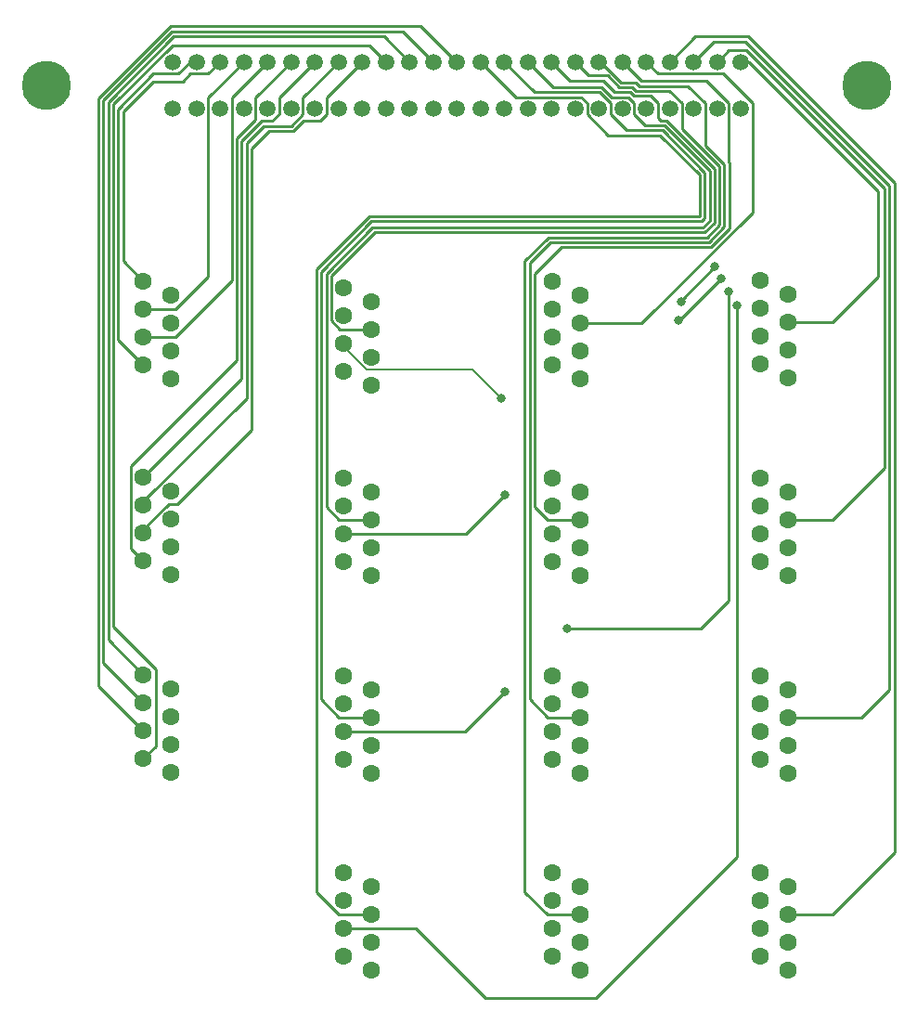
<source format=gtl>
G04 #@! TF.GenerationSoftware,KiCad,Pcbnew,(6.0.7)*
G04 #@! TF.CreationDate,2022-11-27T22:30:53+00:00*
G04 #@! TF.ProjectId,RJ21_RJ45_PRIMARY_BREAKOUT,524a3231-5f52-44a3-9435-5f5052494d41,rev?*
G04 #@! TF.SameCoordinates,Original*
G04 #@! TF.FileFunction,Copper,L1,Top*
G04 #@! TF.FilePolarity,Positive*
%FSLAX46Y46*%
G04 Gerber Fmt 4.6, Leading zero omitted, Abs format (unit mm)*
G04 Created by KiCad (PCBNEW (6.0.7)) date 2022-11-27 22:30:53*
%MOMM*%
%LPD*%
G01*
G04 APERTURE LIST*
G04 #@! TA.AperFunction,ComponentPad*
%ADD10C,4.500000*%
G04 #@! TD*
G04 #@! TA.AperFunction,ComponentPad*
%ADD11C,1.500000*%
G04 #@! TD*
G04 #@! TA.AperFunction,ComponentPad*
%ADD12C,1.600000*%
G04 #@! TD*
G04 #@! TA.AperFunction,ViaPad*
%ADD13C,0.800000*%
G04 #@! TD*
G04 #@! TA.AperFunction,Conductor*
%ADD14C,0.250000*%
G04 #@! TD*
G04 #@! TA.AperFunction,Conductor*
%ADD15C,0.200000*%
G04 #@! TD*
G04 APERTURE END LIST*
D10*
G04 #@! TO.P,J17,*
G04 #@! TO.N,*
X121514994Y-60954995D03*
X196364994Y-60954995D03*
D11*
G04 #@! TO.P,J17,1,Pin_1*
G04 #@! TO.N,/L1-*
X184860036Y-63100000D03*
G04 #@! TO.P,J17,2,Pin_2*
G04 #@! TO.N,/L2-*
X182700032Y-63100000D03*
G04 #@! TO.P,J17,3,Pin_3*
G04 #@! TO.N,/L3-*
X180540029Y-63100000D03*
G04 #@! TO.P,J17,4,Pin_4*
G04 #@! TO.N,/L4-*
X178380033Y-63100000D03*
G04 #@! TO.P,J17,5,Pin_5*
G04 #@! TO.N,/L5-*
X176220029Y-63100000D03*
G04 #@! TO.P,J17,6,Pin_6*
G04 #@! TO.N,/L6-*
X174060025Y-63100000D03*
G04 #@! TO.P,J17,7,Pin_7*
G04 #@! TO.N,/L7-*
X171900022Y-63100000D03*
G04 #@! TO.P,J17,8,Pin_8*
G04 #@! TO.N,/L8-*
X169740018Y-63100000D03*
G04 #@! TO.P,J17,9,Pin_9*
G04 #@! TO.N,/L9-*
X167580026Y-63100000D03*
G04 #@! TO.P,J17,10,Pin_10*
G04 #@! TO.N,/L10-*
X165420015Y-63100000D03*
G04 #@! TO.P,J17,11,Pin_11*
G04 #@! TO.N,/L11-*
X163260019Y-63100000D03*
G04 #@! TO.P,J17,12,Pin_12*
G04 #@! TO.N,/L12-*
X161100000Y-63100000D03*
G04 #@! TO.P,J17,13,Pin_13*
G04 #@! TO.N,/L13-*
X158939996Y-63100000D03*
G04 #@! TO.P,J17,14,Pin_14*
G04 #@! TO.N,/L14-*
X156779992Y-63100000D03*
G04 #@! TO.P,J17,15,Pin_15*
G04 #@! TO.N,/L15-*
X154619989Y-63100000D03*
G04 #@! TO.P,J17,16,Pin_16*
G04 #@! TO.N,/L16-*
X152459985Y-63100000D03*
G04 #@! TO.P,J17,17,Pin_17*
G04 #@! TO.N,/L17-*
X150299981Y-63100000D03*
G04 #@! TO.P,J17,18,Pin_18*
G04 #@! TO.N,/L18-*
X148139978Y-63100000D03*
G04 #@! TO.P,J17,19,Pin_19*
G04 #@! TO.N,/L19-*
X145979974Y-63100000D03*
G04 #@! TO.P,J17,20,Pin_20*
G04 #@! TO.N,/L20-*
X143819970Y-63100000D03*
G04 #@! TO.P,J17,21,Pin_21*
G04 #@! TO.N,/L21-*
X141659963Y-63100000D03*
G04 #@! TO.P,J17,22,Pin_22*
G04 #@! TO.N,/L22-*
X139499959Y-63100000D03*
G04 #@! TO.P,J17,23,Pin_23*
G04 #@! TO.N,/L23-*
X137339955Y-63100000D03*
G04 #@! TO.P,J17,24,Pin_24*
G04 #@! TO.N,/L24-*
X135179952Y-63100000D03*
G04 #@! TO.P,J17,25,Pin_25*
G04 #@! TO.N,unconnected-(J17-Pad25)*
X133019948Y-63100000D03*
G04 #@! TO.P,J17,26,Pin_26*
G04 #@! TO.N,/L1+*
X184860036Y-58809999D03*
G04 #@! TO.P,J17,27,Pin_27*
G04 #@! TO.N,/L2+*
X182700032Y-58809999D03*
G04 #@! TO.P,J17,28,Pin_28*
G04 #@! TO.N,/L3+*
X180540029Y-58809999D03*
G04 #@! TO.P,J17,29,Pin_29*
G04 #@! TO.N,/L4+*
X178380033Y-58809999D03*
G04 #@! TO.P,J17,30,Pin_30*
G04 #@! TO.N,/L5+*
X176220029Y-58809999D03*
G04 #@! TO.P,J17,31,Pin_31*
G04 #@! TO.N,/L6+*
X174060025Y-58809999D03*
G04 #@! TO.P,J17,32,Pin_32*
G04 #@! TO.N,/L7+*
X171900022Y-58809999D03*
G04 #@! TO.P,J17,33,Pin_33*
G04 #@! TO.N,/L8+*
X169740018Y-58809999D03*
G04 #@! TO.P,J17,34,Pin_34*
G04 #@! TO.N,/L9+*
X167580026Y-58809999D03*
G04 #@! TO.P,J17,35,Pin_35*
G04 #@! TO.N,/L10+*
X165420015Y-58809999D03*
G04 #@! TO.P,J17,36,Pin_36*
G04 #@! TO.N,/L11+*
X163260019Y-58809999D03*
G04 #@! TO.P,J17,37,Pin_37*
G04 #@! TO.N,/L12+*
X161100000Y-58809999D03*
G04 #@! TO.P,J17,38,Pin_38*
G04 #@! TO.N,/L13+*
X158939996Y-58809999D03*
G04 #@! TO.P,J17,39,Pin_39*
G04 #@! TO.N,/L14+*
X156779992Y-58809999D03*
G04 #@! TO.P,J17,40,Pin_40*
G04 #@! TO.N,/L15+*
X154619989Y-58809999D03*
G04 #@! TO.P,J17,41,Pin_41*
G04 #@! TO.N,/L16+*
X152459985Y-58809999D03*
G04 #@! TO.P,J17,42,Pin_42*
G04 #@! TO.N,/L17+*
X150299981Y-58809999D03*
G04 #@! TO.P,J17,43,Pin_43*
G04 #@! TO.N,/L18+*
X148139978Y-58809999D03*
G04 #@! TO.P,J17,44,Pin_44*
G04 #@! TO.N,/L19+*
X145979974Y-58809999D03*
G04 #@! TO.P,J17,45,Pin_45*
G04 #@! TO.N,/L20+*
X143819970Y-58809999D03*
G04 #@! TO.P,J17,46,Pin_46*
G04 #@! TO.N,/L21+*
X141659963Y-58809999D03*
G04 #@! TO.P,J17,47,Pin_47*
G04 #@! TO.N,/L22+*
X139499959Y-58809999D03*
G04 #@! TO.P,J17,48,Pin_48*
G04 #@! TO.N,/L23+*
X137339955Y-58809999D03*
G04 #@! TO.P,J17,49,Pin_49*
G04 #@! TO.N,/L24+*
X135179952Y-58809999D03*
G04 #@! TO.P,J17,50,Pin_50*
G04 #@! TO.N,unconnected-(J17-Pad50)*
X133019948Y-58809999D03*
G04 #@! TD*
D12*
G04 #@! TO.P,J8,1*
G04 #@! TO.N,unconnected-(J8-Pad1)*
X170150002Y-141660004D03*
G04 #@! TO.P,J8,2*
G04 #@! TO.N,unconnected-(J8-Pad2)*
X167610009Y-140390007D03*
G04 #@! TO.P,J8,3*
G04 #@! TO.N,unconnected-(J8-Pad3)*
X170150002Y-139120003D03*
G04 #@! TO.P,J8,4*
G04 #@! TO.N,/L8-*
X167610009Y-137850006D03*
G04 #@! TO.P,J8,5*
G04 #@! TO.N,/L8+*
X170150002Y-136580002D03*
G04 #@! TO.P,J8,6*
G04 #@! TO.N,unconnected-(J8-Pad6)*
X167610009Y-135310005D03*
G04 #@! TO.P,J8,7*
G04 #@! TO.N,unconnected-(J8-Pad7)*
X170150002Y-134040001D03*
G04 #@! TO.P,J8,8*
G04 #@! TO.N,unconnected-(J8-Pad8)*
X167610009Y-132770000D03*
G04 #@! TD*
G04 #@! TO.P,J11,1*
G04 #@! TO.N,unconnected-(J11-Pad1)*
X151150002Y-123660004D03*
G04 #@! TO.P,J11,2*
G04 #@! TO.N,unconnected-(J11-Pad2)*
X148610009Y-122390007D03*
G04 #@! TO.P,J11,3*
G04 #@! TO.N,unconnected-(J11-Pad3)*
X151150002Y-121120003D03*
G04 #@! TO.P,J11,4*
G04 #@! TO.N,/L11-*
X148610009Y-119850006D03*
G04 #@! TO.P,J11,5*
G04 #@! TO.N,/L11+*
X151150002Y-118580002D03*
G04 #@! TO.P,J11,6*
G04 #@! TO.N,unconnected-(J11-Pad6)*
X148610009Y-117310005D03*
G04 #@! TO.P,J11,7*
G04 #@! TO.N,unconnected-(J11-Pad7)*
X151150002Y-116040001D03*
G04 #@! TO.P,J11,8*
G04 #@! TO.N,unconnected-(J11-Pad8)*
X148610009Y-114770000D03*
G04 #@! TD*
G04 #@! TO.P,J5,1*
G04 #@! TO.N,unconnected-(J5-Pad1)*
X170150002Y-87730004D03*
G04 #@! TO.P,J5,2*
G04 #@! TO.N,unconnected-(J5-Pad2)*
X167610009Y-86460007D03*
G04 #@! TO.P,J5,3*
G04 #@! TO.N,unconnected-(J5-Pad3)*
X170150002Y-85190003D03*
G04 #@! TO.P,J5,4*
G04 #@! TO.N,/L5-*
X167610009Y-83920006D03*
G04 #@! TO.P,J5,5*
G04 #@! TO.N,/L5+*
X170150002Y-82650002D03*
G04 #@! TO.P,J5,6*
G04 #@! TO.N,unconnected-(J5-Pad6)*
X167610009Y-81380005D03*
G04 #@! TO.P,J5,7*
G04 #@! TO.N,unconnected-(J5-Pad7)*
X170150002Y-80110001D03*
G04 #@! TO.P,J5,8*
G04 #@! TO.N,unconnected-(J5-Pad8)*
X167610009Y-78840000D03*
G04 #@! TD*
G04 #@! TO.P,J1,1*
G04 #@! TO.N,unconnected-(J1-Pad1)*
X189150002Y-87660004D03*
G04 #@! TO.P,J1,2*
G04 #@! TO.N,unconnected-(J1-Pad2)*
X186610009Y-86390007D03*
G04 #@! TO.P,J1,3*
G04 #@! TO.N,unconnected-(J1-Pad3)*
X189150002Y-85120003D03*
G04 #@! TO.P,J1,4*
G04 #@! TO.N,/L1-*
X186610009Y-83850006D03*
G04 #@! TO.P,J1,5*
G04 #@! TO.N,/L1+*
X189150002Y-82580002D03*
G04 #@! TO.P,J1,6*
G04 #@! TO.N,unconnected-(J1-Pad6)*
X186610009Y-81310005D03*
G04 #@! TO.P,J1,7*
G04 #@! TO.N,unconnected-(J1-Pad7)*
X189150002Y-80040001D03*
G04 #@! TO.P,J1,8*
G04 #@! TO.N,unconnected-(J1-Pad8)*
X186610009Y-78770000D03*
G04 #@! TD*
G04 #@! TO.P,J7,1*
G04 #@! TO.N,unconnected-(J7-Pad1)*
X170150002Y-123660004D03*
G04 #@! TO.P,J7,2*
G04 #@! TO.N,unconnected-(J7-Pad2)*
X167610009Y-122390007D03*
G04 #@! TO.P,J7,3*
G04 #@! TO.N,unconnected-(J7-Pad3)*
X170150002Y-121120003D03*
G04 #@! TO.P,J7,4*
G04 #@! TO.N,/L7-*
X167610009Y-119850006D03*
G04 #@! TO.P,J7,5*
G04 #@! TO.N,/L7+*
X170150002Y-118580002D03*
G04 #@! TO.P,J7,6*
G04 #@! TO.N,unconnected-(J7-Pad6)*
X167610009Y-117310005D03*
G04 #@! TO.P,J7,7*
G04 #@! TO.N,unconnected-(J7-Pad7)*
X170150002Y-116040001D03*
G04 #@! TO.P,J7,8*
G04 #@! TO.N,unconnected-(J7-Pad8)*
X167610009Y-114770000D03*
G04 #@! TD*
G04 #@! TO.P,J4,1*
G04 #@! TO.N,unconnected-(J4-Pad1)*
X189150002Y-141660004D03*
G04 #@! TO.P,J4,2*
G04 #@! TO.N,unconnected-(J4-Pad2)*
X186610009Y-140390007D03*
G04 #@! TO.P,J4,3*
G04 #@! TO.N,unconnected-(J4-Pad3)*
X189150002Y-139120003D03*
G04 #@! TO.P,J4,4*
G04 #@! TO.N,/L4-*
X186610009Y-137850006D03*
G04 #@! TO.P,J4,5*
G04 #@! TO.N,/L4+*
X189150002Y-136580002D03*
G04 #@! TO.P,J4,6*
G04 #@! TO.N,unconnected-(J4-Pad6)*
X186610009Y-135310005D03*
G04 #@! TO.P,J4,7*
G04 #@! TO.N,unconnected-(J4-Pad7)*
X189150002Y-134040001D03*
G04 #@! TO.P,J4,8*
G04 #@! TO.N,unconnected-(J4-Pad8)*
X186610009Y-132770000D03*
G04 #@! TD*
G04 #@! TO.P,J14,1*
G04 #@! TO.N,/L19+*
X130349998Y-96722698D03*
G04 #@! TO.P,J14,2*
G04 #@! TO.N,/L19-*
X132889991Y-97992695D03*
G04 #@! TO.P,J14,3*
G04 #@! TO.N,/L18+*
X130349998Y-99262699D03*
G04 #@! TO.P,J14,4*
G04 #@! TO.N,/L17-*
X132889991Y-100532696D03*
G04 #@! TO.P,J14,5*
G04 #@! TO.N,/L17+*
X130349998Y-101802700D03*
G04 #@! TO.P,J14,6*
G04 #@! TO.N,/L18-*
X132889991Y-103072697D03*
G04 #@! TO.P,J14,7*
G04 #@! TO.N,/L20+*
X130349998Y-104342701D03*
G04 #@! TO.P,J14,8*
G04 #@! TO.N,/L20-*
X132889991Y-105612702D03*
G04 #@! TD*
G04 #@! TO.P,J13,1*
G04 #@! TO.N,/L15+*
X130349998Y-114722698D03*
G04 #@! TO.P,J13,2*
G04 #@! TO.N,/L15-*
X132889991Y-115992695D03*
G04 #@! TO.P,J13,3*
G04 #@! TO.N,/L14+*
X130349998Y-117262699D03*
G04 #@! TO.P,J13,4*
G04 #@! TO.N,/L13-*
X132889991Y-118532696D03*
G04 #@! TO.P,J13,5*
G04 #@! TO.N,/L13+*
X130349998Y-119802700D03*
G04 #@! TO.P,J13,6*
G04 #@! TO.N,/L14-*
X132889991Y-121072697D03*
G04 #@! TO.P,J13,7*
G04 #@! TO.N,/L16+*
X130349998Y-122342701D03*
G04 #@! TO.P,J13,8*
G04 #@! TO.N,/L16-*
X132889991Y-123612702D03*
G04 #@! TD*
G04 #@! TO.P,J10,1*
G04 #@! TO.N,unconnected-(J10-Pad1)*
X151150002Y-105660004D03*
G04 #@! TO.P,J10,2*
G04 #@! TO.N,unconnected-(J10-Pad2)*
X148610009Y-104390007D03*
G04 #@! TO.P,J10,3*
G04 #@! TO.N,unconnected-(J10-Pad3)*
X151150002Y-103120003D03*
G04 #@! TO.P,J10,4*
G04 #@! TO.N,/L10-*
X148610009Y-101850006D03*
G04 #@! TO.P,J10,5*
G04 #@! TO.N,/L10+*
X151150002Y-100580002D03*
G04 #@! TO.P,J10,6*
G04 #@! TO.N,unconnected-(J10-Pad6)*
X148610009Y-99310005D03*
G04 #@! TO.P,J10,7*
G04 #@! TO.N,unconnected-(J10-Pad7)*
X151150002Y-98040001D03*
G04 #@! TO.P,J10,8*
G04 #@! TO.N,unconnected-(J10-Pad8)*
X148610009Y-96770000D03*
G04 #@! TD*
G04 #@! TO.P,J12,1*
G04 #@! TO.N,unconnected-(J12-Pad1)*
X151150002Y-141660004D03*
G04 #@! TO.P,J12,2*
G04 #@! TO.N,unconnected-(J12-Pad2)*
X148610009Y-140390007D03*
G04 #@! TO.P,J12,3*
G04 #@! TO.N,unconnected-(J12-Pad3)*
X151150002Y-139120003D03*
G04 #@! TO.P,J12,4*
G04 #@! TO.N,/L12-*
X148610009Y-137850006D03*
G04 #@! TO.P,J12,5*
G04 #@! TO.N,/L12+*
X151150002Y-136580002D03*
G04 #@! TO.P,J12,6*
G04 #@! TO.N,unconnected-(J12-Pad6)*
X148610009Y-135310005D03*
G04 #@! TO.P,J12,7*
G04 #@! TO.N,unconnected-(J12-Pad7)*
X151150002Y-134040001D03*
G04 #@! TO.P,J12,8*
G04 #@! TO.N,unconnected-(J12-Pad8)*
X148610009Y-132770000D03*
G04 #@! TD*
G04 #@! TO.P,J15,1*
G04 #@! TO.N,/L23+*
X130349998Y-78792698D03*
G04 #@! TO.P,J15,2*
G04 #@! TO.N,/L23-*
X132889991Y-80062695D03*
G04 #@! TO.P,J15,3*
G04 #@! TO.N,/L22+*
X130349998Y-81332699D03*
G04 #@! TO.P,J15,4*
G04 #@! TO.N,/L21-*
X132889991Y-82602696D03*
G04 #@! TO.P,J15,5*
G04 #@! TO.N,/L21+*
X130349998Y-83872700D03*
G04 #@! TO.P,J15,6*
G04 #@! TO.N,/L22-*
X132889991Y-85142697D03*
G04 #@! TO.P,J15,7*
G04 #@! TO.N,/L24+*
X130349998Y-86412701D03*
G04 #@! TO.P,J15,8*
G04 #@! TO.N,/L24-*
X132889991Y-87682702D03*
G04 #@! TD*
G04 #@! TO.P,J9,1*
G04 #@! TO.N,unconnected-(J9-Pad1)*
X151150002Y-88288653D03*
G04 #@! TO.P,J9,2*
G04 #@! TO.N,unconnected-(J9-Pad2)*
X148610009Y-87018656D03*
G04 #@! TO.P,J9,3*
G04 #@! TO.N,unconnected-(J9-Pad3)*
X151150002Y-85748652D03*
G04 #@! TO.P,J9,4*
G04 #@! TO.N,/L9-*
X148610009Y-84478655D03*
G04 #@! TO.P,J9,5*
G04 #@! TO.N,/L9+*
X151150002Y-83208651D03*
G04 #@! TO.P,J9,6*
G04 #@! TO.N,unconnected-(J9-Pad6)*
X148610009Y-81938654D03*
G04 #@! TO.P,J9,7*
G04 #@! TO.N,unconnected-(J9-Pad7)*
X151150002Y-80668650D03*
G04 #@! TO.P,J9,8*
G04 #@! TO.N,unconnected-(J9-Pad8)*
X148610009Y-79398649D03*
G04 #@! TD*
G04 #@! TO.P,J2,1*
G04 #@! TO.N,unconnected-(J2-Pad1)*
X189150002Y-105660004D03*
G04 #@! TO.P,J2,2*
G04 #@! TO.N,unconnected-(J2-Pad2)*
X186610009Y-104390007D03*
G04 #@! TO.P,J2,3*
G04 #@! TO.N,unconnected-(J2-Pad3)*
X189150002Y-103120003D03*
G04 #@! TO.P,J2,4*
G04 #@! TO.N,/L2-*
X186610009Y-101850006D03*
G04 #@! TO.P,J2,5*
G04 #@! TO.N,/L2+*
X189150002Y-100580002D03*
G04 #@! TO.P,J2,6*
G04 #@! TO.N,unconnected-(J2-Pad6)*
X186610009Y-99310005D03*
G04 #@! TO.P,J2,7*
G04 #@! TO.N,unconnected-(J2-Pad7)*
X189150002Y-98040001D03*
G04 #@! TO.P,J2,8*
G04 #@! TO.N,unconnected-(J2-Pad8)*
X186610009Y-96770000D03*
G04 #@! TD*
G04 #@! TO.P,J6,1*
G04 #@! TO.N,unconnected-(J6-Pad1)*
X170150002Y-105660004D03*
G04 #@! TO.P,J6,2*
G04 #@! TO.N,unconnected-(J6-Pad2)*
X167610009Y-104390007D03*
G04 #@! TO.P,J6,3*
G04 #@! TO.N,unconnected-(J6-Pad3)*
X170150002Y-103120003D03*
G04 #@! TO.P,J6,4*
G04 #@! TO.N,/L6-*
X167610009Y-101850006D03*
G04 #@! TO.P,J6,5*
G04 #@! TO.N,/L6+*
X170150002Y-100580002D03*
G04 #@! TO.P,J6,6*
G04 #@! TO.N,unconnected-(J6-Pad6)*
X167610009Y-99310005D03*
G04 #@! TO.P,J6,7*
G04 #@! TO.N,unconnected-(J6-Pad7)*
X170150002Y-98040001D03*
G04 #@! TO.P,J6,8*
G04 #@! TO.N,unconnected-(J6-Pad8)*
X167610009Y-96770000D03*
G04 #@! TD*
G04 #@! TO.P,J3,1*
G04 #@! TO.N,unconnected-(J3-Pad1)*
X189150002Y-123660004D03*
G04 #@! TO.P,J3,2*
G04 #@! TO.N,unconnected-(J3-Pad2)*
X186610009Y-122390007D03*
G04 #@! TO.P,J3,3*
G04 #@! TO.N,unconnected-(J3-Pad3)*
X189150002Y-121120003D03*
G04 #@! TO.P,J3,4*
G04 #@! TO.N,/L3-*
X186610009Y-119850006D03*
G04 #@! TO.P,J3,5*
G04 #@! TO.N,/L3+*
X189150002Y-118580002D03*
G04 #@! TO.P,J3,6*
G04 #@! TO.N,unconnected-(J3-Pad6)*
X186610009Y-117310005D03*
G04 #@! TO.P,J3,7*
G04 #@! TO.N,unconnected-(J3-Pad7)*
X189150002Y-116040001D03*
G04 #@! TO.P,J3,8*
G04 #@! TO.N,unconnected-(J3-Pad8)*
X186610009Y-114770000D03*
G04 #@! TD*
D13*
G04 #@! TO.N,/L9-*
X179399990Y-80700000D03*
X182500000Y-77500000D03*
X163000000Y-89500000D03*
G04 #@! TO.N,/L10-*
X183049988Y-78558871D03*
X163300000Y-98300000D03*
X179199996Y-82400000D03*
G04 #@! TO.N,/L11-*
X163300002Y-116200000D03*
X183774990Y-79707115D03*
X169000000Y-110500000D03*
G04 #@! TO.N,/L12-*
X184500000Y-81000000D03*
G04 #@! TD*
D14*
G04 #@! TO.N,/L9+*
X148289015Y-83208651D02*
X151150002Y-83208651D01*
X147485009Y-82404645D02*
X148289015Y-83208651D01*
X147485008Y-78299999D02*
X147485009Y-82404645D01*
X181564267Y-74344966D02*
X151440041Y-74344966D01*
X182450033Y-73459200D02*
X181564267Y-74344966D01*
X182450033Y-68540800D02*
X182450033Y-73459200D01*
X178059200Y-64149967D02*
X182450033Y-68540800D01*
X177559200Y-64149967D02*
X178059200Y-64149967D01*
X177295030Y-63885797D02*
X177559200Y-64149967D01*
X177295030Y-62583999D02*
X177295030Y-63885797D01*
X176611053Y-61900022D02*
X177295030Y-62583999D01*
X174762426Y-61574988D02*
X175087460Y-61900022D01*
X175087460Y-61900022D02*
X176611053Y-61900022D01*
X172282635Y-60499999D02*
X173357624Y-61574988D01*
X151440041Y-74344966D02*
X147485008Y-78299999D01*
X167580026Y-58809999D02*
X169270026Y-60499999D01*
X169270026Y-60499999D02*
X172282635Y-60499999D01*
X173357624Y-61574988D02*
X174762426Y-61574988D01*
D15*
G04 #@! TO.N,/L9-*
X160348652Y-86848652D02*
X163000000Y-89500000D01*
X150694367Y-86848652D02*
X160348652Y-86848652D01*
X148610009Y-84764294D02*
X150694367Y-86848652D01*
X148610009Y-84478655D02*
X148610009Y-84764294D01*
D14*
G04 #@! TO.N,/L1+*
X197375001Y-70575001D02*
X197375001Y-78400001D01*
X185609999Y-58809999D02*
X197375001Y-70575001D01*
X197375001Y-78400001D02*
X193195000Y-82580002D01*
X184860036Y-58809999D02*
X185609999Y-58809999D01*
X193195000Y-82580002D02*
X189150002Y-82580002D01*
G04 #@! TO.N,/L2+*
X197950009Y-70308970D02*
X197950009Y-95824993D01*
X185376037Y-57734998D02*
X197950009Y-70308970D01*
X193195000Y-100580002D02*
X189150002Y-100580002D01*
X182700032Y-58809999D02*
X183775033Y-57734998D01*
X197950009Y-95824993D02*
X193195000Y-100580002D01*
X183775033Y-57734998D02*
X185376037Y-57734998D01*
G04 #@! TO.N,/L3+*
X189150002Y-118580002D02*
X195864722Y-118580002D01*
X195864722Y-118580002D02*
X198400020Y-116044704D01*
X182350028Y-57000000D02*
X180540029Y-58809999D01*
X198400020Y-70100020D02*
X185300000Y-57000000D01*
X185300000Y-57000000D02*
X182350028Y-57000000D01*
X198400020Y-116044704D02*
X198400020Y-70100020D01*
G04 #@! TO.N,/L4+*
X178380033Y-58809999D02*
X180690032Y-56500000D01*
X193195000Y-136580002D02*
X189150002Y-136580002D01*
X198850031Y-130924971D02*
X193195000Y-136580002D01*
X185500000Y-56500000D02*
X198850031Y-69850031D01*
X198850031Y-69850031D02*
X198850031Y-130924971D01*
X180690032Y-56500000D02*
X185500000Y-56500000D01*
G04 #@! TO.N,/L5+*
X177295030Y-59885000D02*
X183236038Y-59885000D01*
X183236038Y-59885000D02*
X185935037Y-62583999D01*
X176220029Y-58809999D02*
X177295030Y-59885000D01*
X175804875Y-82650002D02*
X170150002Y-82650002D01*
X185935037Y-72519840D02*
X175804875Y-82650002D01*
X185935037Y-62583999D02*
X185935037Y-72519840D01*
G04 #@! TO.N,/L6+*
X183775033Y-67956567D02*
X183800066Y-67981600D01*
X183800066Y-67981600D02*
X183800066Y-74018400D01*
X174060025Y-58809999D02*
X175800015Y-60549989D01*
X183800066Y-74018400D02*
X182123467Y-75694999D01*
X175800015Y-60549989D02*
X181741023Y-60549989D01*
X167215004Y-100580002D02*
X170150002Y-100580002D01*
X183775033Y-62583999D02*
X183775033Y-67956567D01*
X181741023Y-60549989D02*
X183775033Y-62583999D01*
X182123467Y-75694999D02*
X168453597Y-75694999D01*
X166034997Y-99399995D02*
X167215004Y-100580002D01*
X166034997Y-78113599D02*
X166034997Y-99399995D01*
X168453597Y-75694999D02*
X166034997Y-78113599D01*
G04 #@! TO.N,/L7+*
X181615030Y-62583999D02*
X181615030Y-66432975D01*
X181937067Y-75244988D02*
X167482190Y-75244988D01*
X171900022Y-58809999D02*
X172082864Y-58809999D01*
X165584986Y-116949984D02*
X167215004Y-118580002D01*
X181615030Y-66432975D02*
X183350055Y-68168000D01*
X167215004Y-118580002D02*
X170150002Y-118580002D01*
X165584986Y-77142192D02*
X165584986Y-116949984D01*
X172082864Y-58809999D02*
X173947831Y-60674966D01*
X167482190Y-75244988D02*
X165584986Y-77142192D01*
X183350055Y-73832000D02*
X181937067Y-75244988D01*
X173947831Y-60674966D02*
X175288581Y-60674966D01*
X183350055Y-68168000D02*
X183350055Y-73832000D01*
X180031031Y-61000000D02*
X181615030Y-62583999D01*
X175613615Y-61000000D02*
X180031031Y-61000000D01*
X175288581Y-60674966D02*
X175613615Y-61000000D01*
G04 #@! TO.N,/L8+*
X181750667Y-74794977D02*
X167295790Y-74794977D01*
X182900044Y-73645600D02*
X181750667Y-74794977D01*
X169740018Y-58809999D02*
X170980007Y-60049988D01*
X167295790Y-74794977D02*
X165134975Y-76955792D01*
X175273860Y-61450011D02*
X178321046Y-61450011D01*
X167215004Y-136580002D02*
X170150002Y-136580002D01*
X170980007Y-60049988D02*
X172686443Y-60049989D01*
X179465028Y-62593993D02*
X179465028Y-64919384D01*
X174948826Y-61124977D02*
X175273860Y-61450011D01*
X165134975Y-76955792D02*
X165134975Y-134499973D01*
X173761431Y-61124977D02*
X174948826Y-61124977D01*
X179465028Y-64919384D02*
X182900044Y-68354400D01*
X182900044Y-68354400D02*
X182900044Y-73645600D01*
X178321046Y-61450011D02*
X179465028Y-62593993D01*
X165134975Y-134499973D02*
X167215004Y-136580002D01*
X172686443Y-60049989D02*
X173761431Y-61124977D01*
G04 #@! TO.N,/L9-*
X182500000Y-77500000D02*
X179399990Y-80600010D01*
X179399990Y-80600010D02*
X179399990Y-80700000D01*
G04 #@! TO.N,/L10+*
X182000022Y-73272800D02*
X181377867Y-73894955D01*
X174576026Y-62024999D02*
X175135026Y-62583999D01*
X167709996Y-61099980D02*
X172127415Y-61099980D01*
X182000022Y-68727200D02*
X182000022Y-73272800D01*
X148215004Y-100580002D02*
X151150002Y-100580002D01*
X151253641Y-73894955D02*
X147034997Y-78113599D01*
X177872800Y-64599978D02*
X182000022Y-68727200D01*
X147034997Y-78113599D02*
X147034997Y-99399995D01*
X176125023Y-64599978D02*
X177872800Y-64599978D01*
X175135026Y-62583999D02*
X175135026Y-63609981D01*
X181377867Y-73894955D02*
X151253641Y-73894955D01*
X175135026Y-63609981D02*
X176125023Y-64599978D01*
X165420015Y-58809999D02*
X167709996Y-61099980D01*
X147034997Y-99399995D02*
X148215004Y-100580002D01*
X172127415Y-61099980D02*
X173052433Y-62024999D01*
X173052433Y-62024999D02*
X174576026Y-62024999D01*
G04 #@! TO.N,/L10-*
X159749994Y-101850006D02*
X163300000Y-98300000D01*
X148610009Y-101850006D02*
X159749994Y-101850006D01*
X179208859Y-82400000D02*
X179199996Y-82400000D01*
X183049988Y-78558871D02*
X179208859Y-82400000D01*
G04 #@! TO.N,/L11-*
X181200000Y-110500000D02*
X183774990Y-107925010D01*
X159649996Y-119850006D02*
X163300002Y-116200000D01*
X183774990Y-107925010D02*
X183774990Y-79707115D01*
X148610009Y-119850006D02*
X159649996Y-119850006D01*
X169000000Y-110500000D02*
X181200000Y-110500000D01*
G04 #@! TO.N,/L11+*
X172985024Y-62594000D02*
X172985024Y-63616001D01*
X181550011Y-73086400D02*
X181286400Y-73350011D01*
X181286400Y-73350011D02*
X151162174Y-73350011D01*
X146584986Y-77927199D02*
X146584986Y-116949984D01*
X181550011Y-68913600D02*
X181550011Y-73086400D01*
X148215004Y-118580002D02*
X151150002Y-118580002D01*
X172985024Y-63616001D02*
X174419012Y-65049989D01*
X166000011Y-61549991D02*
X171941015Y-61549991D01*
X177686400Y-65049989D02*
X181550011Y-68913600D01*
X146584986Y-116949984D02*
X148215004Y-118580002D01*
X151162174Y-73350011D02*
X146584986Y-77927199D01*
X174419012Y-65049989D02*
X177686400Y-65049989D01*
X171941015Y-61549991D02*
X172985024Y-62594000D01*
X163260019Y-58809999D02*
X166000011Y-61549991D01*
G04 #@! TO.N,/L12+*
X148215004Y-136580002D02*
X151150002Y-136580002D01*
X170825021Y-63616001D02*
X172709020Y-65500000D01*
X170825021Y-62594001D02*
X170825021Y-63616001D01*
X161100000Y-58809999D02*
X164315000Y-62024999D01*
X146134975Y-77740799D02*
X146134975Y-134499973D01*
X146134975Y-134499973D02*
X148215004Y-136580002D01*
X164315000Y-62024999D02*
X170256019Y-62024999D01*
X150975774Y-72900000D02*
X146134975Y-77740799D01*
X181100000Y-72900000D02*
X150975774Y-72900000D01*
X170256019Y-62024999D02*
X170825021Y-62594001D01*
X172709020Y-65500000D02*
X177500000Y-65500000D01*
X181100000Y-69100000D02*
X181100000Y-72900000D01*
X177500000Y-65500000D02*
X181100000Y-69100000D01*
G04 #@! TO.N,/L12-*
X184500000Y-81000000D02*
X184500000Y-131300000D01*
X184500000Y-131300000D02*
X171600000Y-144200000D01*
X161545002Y-144200000D02*
X155195008Y-137850006D01*
X171600000Y-144200000D02*
X161545002Y-144200000D01*
X155195008Y-137850006D02*
X148610009Y-137850006D01*
G04 #@! TO.N,/L15+*
X152309990Y-56500000D02*
X133136410Y-56500000D01*
X127149967Y-62486443D02*
X127149967Y-111522667D01*
X133136410Y-56500000D02*
X127149967Y-62486443D01*
X127149967Y-111522667D02*
X130349998Y-114722698D01*
X154619989Y-58809999D02*
X152309990Y-56500000D01*
G04 #@! TO.N,/L14+*
X126699956Y-62300043D02*
X126699956Y-113612657D01*
X132950010Y-56049989D02*
X126699956Y-62300043D01*
X126699956Y-113612657D02*
X130349998Y-117262699D01*
X154019982Y-56049989D02*
X132950010Y-56049989D01*
X156779992Y-58809999D02*
X154019982Y-56049989D01*
G04 #@! TO.N,/L13+*
X132863589Y-55500000D02*
X126249945Y-62113644D01*
X126249945Y-115702647D02*
X130349998Y-119802700D01*
X158939996Y-58809999D02*
X155629997Y-55500000D01*
X155629997Y-55500000D02*
X132863589Y-55500000D01*
X126249945Y-62113644D02*
X126249945Y-115702647D01*
G04 #@! TO.N,/L16+*
X152459985Y-58809999D02*
X150934973Y-57284987D01*
X132987833Y-57284987D02*
X127599978Y-62672842D01*
X150934973Y-57284987D02*
X132987833Y-57284987D01*
X131474999Y-114182697D02*
X131474999Y-121217700D01*
X131474999Y-121217700D02*
X130349998Y-122342701D01*
X127599978Y-110307676D02*
X131474999Y-114182697D01*
X127599978Y-62672842D02*
X127599978Y-110307676D01*
G04 #@! TO.N,/L20+*
X138874969Y-85988621D02*
X129224997Y-95638593D01*
X140584962Y-64105805D02*
X138874969Y-65815798D01*
X143819970Y-58809999D02*
X140584962Y-62045007D01*
X140584962Y-62045007D02*
X140584962Y-64105805D01*
X129224997Y-95638593D02*
X129224997Y-103217700D01*
X138874969Y-65815798D02*
X138874969Y-85988621D01*
X129224997Y-103217700D02*
X130349998Y-104342701D01*
G04 #@! TO.N,/L17+*
X130349998Y-101407687D02*
X130349998Y-101802700D01*
X140225002Y-66674998D02*
X140225002Y-92322686D01*
X146495975Y-64175001D02*
X144972381Y-64175001D01*
X144972381Y-64175001D02*
X144047383Y-65099999D01*
X150299981Y-58809999D02*
X147054975Y-62055005D01*
X140225002Y-92322686D02*
X133429992Y-99117696D01*
X147054975Y-62055005D02*
X147054975Y-63616001D01*
X133429992Y-99117696D02*
X132639989Y-99117696D01*
X144047383Y-65099999D02*
X141800001Y-65099999D01*
X141800001Y-65099999D02*
X140225002Y-66674998D01*
X132639989Y-99117696D02*
X130349998Y-101407687D01*
X147054975Y-63616001D02*
X146495975Y-64175001D01*
G04 #@! TO.N,/L18+*
X130349998Y-98867686D02*
X130349998Y-99262699D01*
X148139978Y-58809999D02*
X144894971Y-62055006D01*
X143860983Y-64649989D02*
X141313600Y-64649989D01*
X144894971Y-63616001D02*
X143860983Y-64649989D01*
X139774991Y-66188598D02*
X139774991Y-89442693D01*
X139774991Y-89442693D02*
X130349998Y-98867686D01*
X144894971Y-62055006D02*
X144894971Y-63616001D01*
X141313600Y-64649989D02*
X139774991Y-66188598D01*
G04 #@! TO.N,/L19+*
X142734964Y-63578604D02*
X142113589Y-64199978D01*
X139324980Y-66002198D02*
X139324980Y-87747716D01*
X141127200Y-64199978D02*
X139324980Y-66002198D01*
X139324980Y-87747716D02*
X130349998Y-96722698D01*
X142113589Y-64199978D02*
X141127200Y-64199978D01*
X145979974Y-58809999D02*
X142734964Y-62055009D01*
X142734964Y-62055009D02*
X142734964Y-63578604D01*
G04 #@! TO.N,/L23+*
X131200000Y-60600000D02*
X128500000Y-63300000D01*
X136264954Y-59885000D02*
X134663951Y-59885000D01*
X128500000Y-76942700D02*
X130349998Y-78792698D01*
X137339955Y-58809999D02*
X136264954Y-59885000D01*
X134663951Y-59885000D02*
X133948951Y-60600000D01*
X133948951Y-60600000D02*
X131200000Y-60600000D01*
X128500000Y-63300000D02*
X128500000Y-76942700D01*
G04 #@! TO.N,/L22+*
X133284989Y-81332699D02*
X130349998Y-81332699D01*
X136264954Y-62045004D02*
X136264954Y-78352734D01*
X136264954Y-78352734D02*
X133284989Y-81332699D01*
X139499959Y-58809999D02*
X136264954Y-62045004D01*
G04 #@! TO.N,/L21+*
X138424958Y-62045004D02*
X138424958Y-78732731D01*
X138424958Y-78732731D02*
X133284989Y-83872700D01*
X133284989Y-83872700D02*
X130349998Y-83872700D01*
X141659963Y-58809999D02*
X138424958Y-62045004D01*
G04 #@! TO.N,/L24+*
X128049989Y-84112692D02*
X130349998Y-86412701D01*
X134610950Y-58809999D02*
X133535949Y-59885000D01*
X135179952Y-58809999D02*
X134610950Y-58809999D01*
X133535949Y-59885000D02*
X131278589Y-59885000D01*
X128049989Y-63113600D02*
X128049989Y-84112692D01*
X131278589Y-59885000D02*
X128049989Y-63113600D01*
G04 #@! TD*
M02*

</source>
